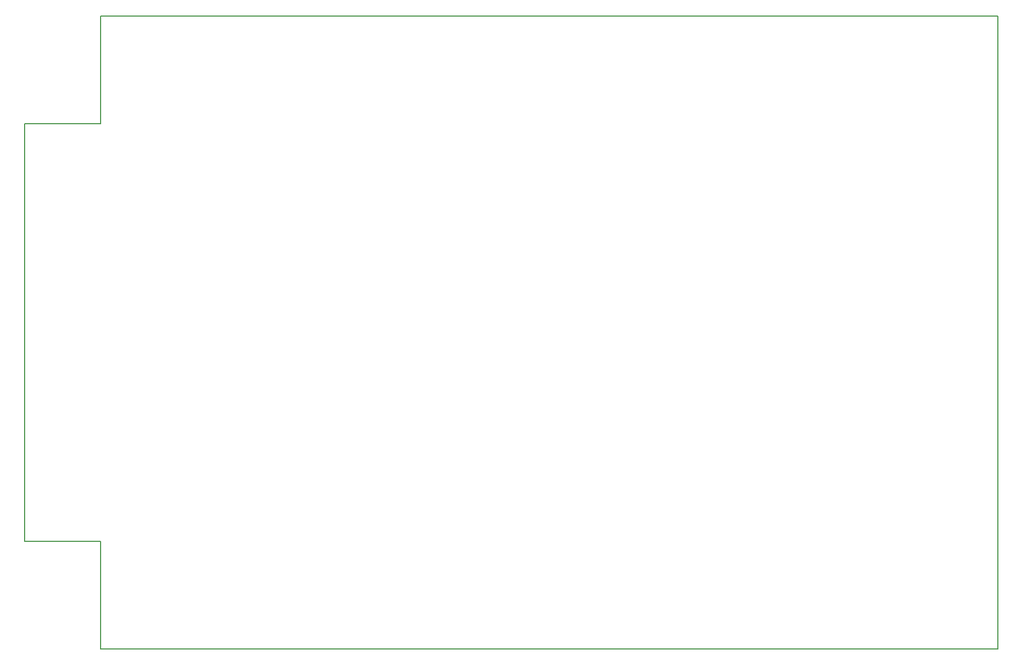
<source format=gm1>
G04 #@! TF.FileFunction,Profile,NP*
%FSLAX46Y46*%
G04 Gerber Fmt 4.6, Leading zero omitted, Abs format (unit mm)*
G04 Created by KiCad (PCBNEW 4.0.6+dfsg1-1) date Sat Feb 17 20:25:25 2018*
%MOMM*%
%LPD*%
G01*
G04 APERTURE LIST*
%ADD10C,0.100000*%
%ADD11C,0.150000*%
G04 APERTURE END LIST*
D10*
D11*
X224000000Y-160000000D02*
X82000000Y-160000000D01*
X82000000Y-60000000D02*
X224000000Y-60000000D01*
X224000000Y-60000000D02*
X224000000Y-160000000D01*
X70000000Y-143000000D02*
X70000000Y-140000000D01*
X82000000Y-143000000D02*
X70000000Y-143000000D01*
X82000000Y-160000000D02*
X82000000Y-143000000D01*
X70000000Y-77000000D02*
X70000000Y-80000000D01*
X82000000Y-77000000D02*
X70000000Y-77000000D01*
X82000000Y-60000000D02*
X82000000Y-77000000D01*
X70000000Y-140000000D02*
X70000000Y-80000000D01*
M02*

</source>
